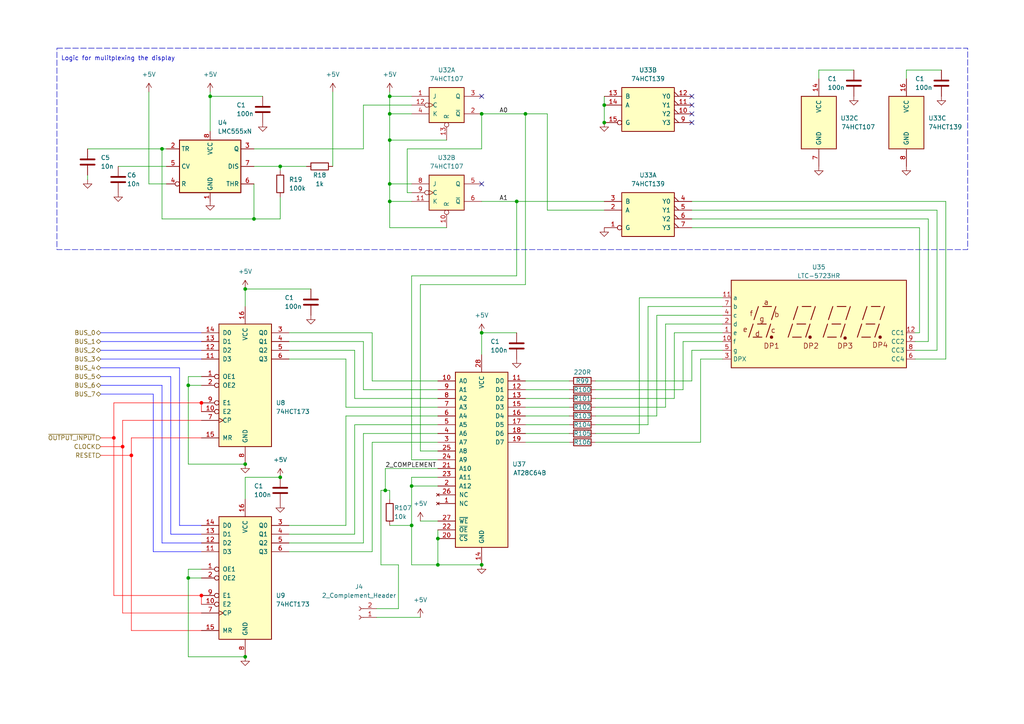
<source format=kicad_sch>
(kicad_sch (version 20230121) (generator eeschema)
  (paper "A4")
  (title_block (title "8-bit CPU") (date "2023-11-28") (rev "1.0") (company "TBR Designs"))
  (lib_symbols
    (symbol "01_my_library:28C64B" (pin_names (offset 1.016))
      (property "Reference" "U" (at 0 0 0))
      (symbol "28C64B_1_1"
        (rectangle (start -7.62 25.4) (end 7.62 -25.4) (stroke (width 0.254)) (fill (type background)))
        (pin no_connect line (at -12.7 -12.7 0) (length 5.08) (name "NC") (number "1"))
        (pin input line (at -12.7 22.86 0) (length 5.08) (name "A0") (number "10"))
        (pin tri_state line (at 12.7 22.86 180) (length 5.08) (name "D0") (number "11"))
        (pin tri_state line (at 12.7 20.32 180) (length 5.08) (name "D1") (number "12"))
        (pin tri_state line (at 12.7 17.78 180) (length 5.08) (name "D2") (number "13"))
        (pin power_in line (at 0 -30.48 90) (length 5.08) (name "GND") (number "14"))
        (pin tri_state line (at 12.7 15.24 180) (length 5.08) (name "D3") (number "15"))
        (pin tri_state line (at 12.7 12.7 180) (length 5.08) (name "D4") (number "16"))
        (pin tri_state line (at 12.7 10.16 180) (length 5.08) (name "D5") (number "17"))
        (pin tri_state line (at 12.7 7.62 180) (length 5.08) (name "D6") (number "18"))
        (pin tri_state line (at 12.7 5.08 180) (length 5.08) (name "D7") (number "19"))
        (pin input line (at -12.7 -7.62 0) (length 5.08) (name "A12") (number "2"))
        (pin input line (at -12.7 -22.86 0) (length 5.08) (name "~{CS}") (number "20"))
        (pin input line (at -12.7 -2.54 0) (length 5.08) (name "A10") (number "21"))
        (pin input line (at -12.7 -20.32 0) (length 5.08) (name "~{OE}") (number "22"))
        (pin input line (at -12.7 -5.08 0) (length 5.08) (name "A11") (number "23"))
        (pin input line (at -12.7 0 0) (length 5.08) (name "A9") (number "24"))
        (pin input line (at -12.7 2.54 0) (length 5.08) (name "A8") (number "25"))
        (pin no_connect line (at -12.7 -10.16 0) (length 5.08) (name "NC") (number "26"))
        (pin input line (at -12.7 -17.78 0) (length 5.08) (name "~{WE}") (number "27"))
        (pin power_in line (at 0 30.48 270) (length 5.08) (name "VCC") (number "28"))
        (pin input line (at -12.7 5.08 0) (length 5.08) (name "A7") (number "3"))
        (pin input line (at -12.7 7.62 0) (length 5.08) (name "A6") (number "4"))
        (pin input line (at -12.7 10.16 0) (length 5.08) (name "A5") (number "5"))
        (pin input line (at -12.7 12.7 0) (length 5.08) (name "A4") (number "6"))
        (pin input line (at -12.7 15.24 0) (length 5.08) (name "A3") (number "7"))
        (pin input line (at -12.7 17.78 0) (length 5.08) (name "A2") (number "8"))
        (pin input line (at -12.7 20.32 0) (length 5.08) (name "A1") (number "9"))
      )
    )
    (symbol "01_my_library:74HCT139" (pin_names (offset 1.016))
      (property "Reference" "U" (at -7.62 8.89 0))
      (property "Value" "74HCT139" (at -7.62 -8.89 0))
      (symbol "74HCT139_1_0"
        (pin input inverted (at -12.7 -5.08 0) (length 5.08) (name "G") (number "1"))
        (pin input line (at -12.7 0 0) (length 5.08) (name "A") (number "2"))
        (pin input line (at -12.7 2.54 0) (length 5.08) (name "B") (number "3"))
        (pin output output_low (at 12.7 2.54 180) (length 5.08) (name "Y0") (number "4"))
        (pin output output_low (at 12.7 0 180) (length 5.08) (name "Y1") (number "5"))
        (pin output output_low (at 12.7 -2.54 180) (length 5.08) (name "Y2") (number "6"))
        (pin output output_low (at 12.7 -5.08 180) (length 5.08) (name "Y3") (number "7"))
      )
      (symbol "74HCT139_1_1"
        (rectangle (start -7.62 5.08) (end 7.62 -7.62) (stroke (width 0.254)) (fill (type background)))
      )
      (symbol "74HCT139_2_0"
        (pin output output_low (at 12.7 -2.54 180) (length 5.08) (name "Y2") (number "10"))
        (pin output output_low (at 12.7 0 180) (length 5.08) (name "Y1") (number "11"))
        (pin output output_low (at 12.7 2.54 180) (length 5.08) (name "Y0") (number "12"))
        (pin input line (at -12.7 2.54 0) (length 5.08) (name "B") (number "13"))
        (pin input line (at -12.7 0 0) (length 5.08) (name "A") (number "14"))
        (pin input inverted (at -12.7 -5.08 0) (length 5.08) (name "G") (number "15"))
        (pin output output_low (at 12.7 -5.08 180) (length 5.08) (name "Y3") (number "9"))
      )
      (symbol "74HCT139_2_1"
        (rectangle (start -7.62 5.08) (end 7.62 -7.62) (stroke (width 0.254)) (fill (type background)))
      )
      (symbol "74HCT139_3_0"
        (pin power_in line (at 0 12.7 270) (length 5.08) (name "VCC") (number "16"))
        (pin power_in line (at 0 -12.7 90) (length 5.08) (name "GND") (number "8"))
      )
      (symbol "74HCT139_3_1"
        (rectangle (start -5.08 7.62) (end 5.08 -7.62) (stroke (width 0.254)) (fill (type background)))
      )
    )
    (symbol "74LS107_2" (pin_names (offset 1.016))
      (property "Reference" "U" (at -7.62 8.89 0))
      (property "Value" "74LS107" (at -7.62 -8.89 0))
      (symbol "74LS107_2_1_0"
        (pin input line (at -10.16 2.54 0) (length 5.08) (name "J") (number "1"))
        (pin input inverted_clock (at -10.16 0 0) (length 5.08) (name "C") (number "12"))
        (pin input inverted (at 0 -10.16 90) (length 5.08) (name "R") (number "13"))
        (pin output line (at 10.16 -2.54 180) (length 5.08) (name "~{Q}") (number "2"))
        (pin output line (at 10.16 2.54 180) (length 5.08) (name "Q") (number "3"))
        (pin input line (at -10.16 -2.54 0) (length 5.08) (name "K") (number "4"))
      )
      (symbol "74LS107_2_1_1"
        (rectangle (start -5.08 5.08) (end 5.08 -5.08) (stroke (width 0.254)) (fill (type background)))
      )
      (symbol "74LS107_2_2_0"
        (pin input inverted (at 0 -10.16 90) (length 5.08) (name "R") (number "10"))
        (pin input line (at -10.16 -2.54 0) (length 5.08) (name "K") (number "11"))
        (pin output line (at 10.16 2.54 180) (length 5.08) (name "Q") (number "5"))
        (pin output line (at 10.16 -2.54 180) (length 5.08) (name "~{Q}") (number "6"))
        (pin input line (at -10.16 2.54 0) (length 5.08) (name "J") (number "8"))
        (pin input inverted_clock (at -10.16 0 0) (length 5.08) (name "C") (number "9"))
      )
      (symbol "74LS107_2_2_1"
        (rectangle (start -5.08 5.08) (end 5.08 -5.08) (stroke (width 0.254)) (fill (type background)))
      )
      (symbol "74LS107_2_3_0"
        (pin power_in line (at 0 12.7 270) (length 5.08) (name "VCC") (number "14"))
        (pin power_in line (at 0 -12.7 90) (length 5.08) (name "GND") (number "7"))
      )
      (symbol "74LS107_2_3_1"
        (rectangle (start -5.08 7.62) (end 5.08 -7.62) (stroke (width 0.254)) (fill (type background)))
      )
    )
    (symbol "74xx:74LS107" (pin_names (offset 1.016))
      (property "Reference" "U" (at -7.62 8.89 0))
      (property "Value" "74LS107" (at -7.62 -8.89 0))
      (symbol "74LS107_1_0"
        (pin input line (at -10.16 2.54 0) (length 5.08) (name "J") (number "1"))
        (pin input inverted_clock (at -10.16 0 0) (length 5.08) (name "C") (number "12"))
        (pin input inverted (at 0 -10.16 90) (length 5.08) (name "R") (number "13"))
        (pin output line (at 10.16 -2.54 180) (length 5.08) (name "~{Q}") (number "2"))
        (pin output line (at 10.16 2.54 180) (length 5.08) (name "Q") (number "3"))
        (pin input line (at -10.16 -2.54 0) (length 5.08) (name "K") (number "4"))
      )
      (symbol "74LS107_1_1"
        (rectangle (start -5.08 5.08) (end 5.08 -5.08) (stroke (width 0.254)) (fill (type background)))
      )
      (symbol "74LS107_2_0"
        (pin input inverted (at 0 -10.16 90) (length 5.08) (name "R") (number "10"))
        (pin input line (at -10.16 -2.54 0) (length 5.08) (name "K") (number "11"))
        (pin output line (at 10.16 2.54 180) (length 5.08) (name "Q") (number "5"))
        (pin output line (at 10.16 -2.54 180) (length 5.08) (name "~{Q}") (number "6"))
        (pin input line (at -10.16 2.54 0) (length 5.08) (name "J") (number "8"))
        (pin input inverted_clock (at -10.16 0 0) (length 5.08) (name "C") (number "9"))
      )
      (symbol "74LS107_2_1"
        (rectangle (start -5.08 5.08) (end 5.08 -5.08) (stroke (width 0.254)) (fill (type background)))
      )
      (symbol "74LS107_3_0"
        (pin power_in line (at 0 12.7 270) (length 5.08) (name "VCC") (number "14"))
        (pin power_in line (at 0 -12.7 90) (length 5.08) (name "GND") (number "7"))
      )
      (symbol "74LS107_3_1"
        (rectangle (start -5.08 7.62) (end 5.08 -7.62) (stroke (width 0.254)) (fill (type background)))
      )
    )
    (symbol "74xx:74LS173" (pin_names (offset 1.016))
      (property "Reference" "U" (at -7.62 19.05 0))
      (property "Value" "74LS173" (at -7.62 -19.05 0))
      (symbol "74LS173_1_0"
        (pin input inverted (at -12.7 2.54 0) (length 5.08) (name "OE1") (number "1"))
        (pin input inverted (at -12.7 -7.62 0) (length 5.08) (name "E2") (number "10"))
        (pin input line (at -12.7 7.62 0) (length 5.08) (name "D3") (number "11"))
        (pin input line (at -12.7 10.16 0) (length 5.08) (name "D2") (number "12"))
        (pin input line (at -12.7 12.7 0) (length 5.08) (name "D1") (number "13"))
        (pin input line (at -12.7 15.24 0) (length 5.08) (name "D0") (number "14"))
        (pin input line (at -12.7 -15.24 0) (length 5.08) (name "MR") (number "15"))
        (pin power_in line (at 0 22.86 270) (length 5.08) (name "VCC") (number "16"))
        (pin input inverted (at -12.7 0 0) (length 5.08) (name "OE2") (number "2"))
        (pin tri_state line (at 12.7 15.24 180) (length 5.08) (name "Q0") (number "3"))
        (pin tri_state line (at 12.7 12.7 180) (length 5.08) (name "Q1") (number "4"))
        (pin tri_state line (at 12.7 10.16 180) (length 5.08) (name "Q2") (number "5"))
        (pin tri_state line (at 12.7 7.62 180) (length 5.08) (name "Q3") (number "6"))
        (pin input clock (at -12.7 -10.16 0) (length 5.08) (name "CP") (number "7"))
        (pin power_in line (at 0 -22.86 90) (length 5.08) (name "GND") (number "8"))
        (pin input inverted (at -12.7 -5.08 0) (length 5.08) (name "E1") (number "9"))
      )
      (symbol "74LS173_1_1"
        (rectangle (start -7.62 17.78) (end 7.62 -17.78) (stroke (width 0.254)) (fill (type background)))
      )
    )
    (symbol "Connector:Conn_01x02_Socket" (pin_names (offset 1.016) hide)
      (property "Reference" "J" (at 0 2.54 0))
      (property "Value" "Conn_01x02_Socket" (at 0 -5.08 0))
      (symbol "Conn_01x02_Socket_1_1"
        (arc (start 0 -2.032) (mid -0.5058 -2.54) (end 0 -3.048) (stroke (width 0.1524)))
        (polyline (pts (xy -1.27 -2.54) (xy -0.508 -2.54)) (stroke (width 0.1524)))
        (polyline (pts (xy -1.27 0) (xy -0.508 0)) (stroke (width 0.1524)))
        (arc (start 0 0.508) (mid -0.5058 0) (end 0 -0.508) (stroke (width 0.1524)))
        (pin passive line (at -5.08 0 0) (length 3.81) (name "Pin_1") (number "1"))
        (pin passive line (at -5.08 -2.54 0) (length 3.81) (name "Pin_2") (number "2"))
      )
    )
    (symbol "Device:C" (pin_numbers hide) (pin_names (offset 0.254))
      (property "Reference" "C" (at 0.635 2.54 0))
      (property "Value" "C" (at 0.635 -2.54 0))
      (symbol "C_0_1"
        (polyline (pts (xy -2.032 -0.762) (xy 2.032 -0.762)) (stroke (width 0.508)))
        (polyline (pts (xy -2.032 0.762) (xy 2.032 0.762)) (stroke (width 0.508)))
      )
      (symbol "C_1_1"
        (pin passive line (at 0 3.81 270) (length 2.794) (name "~") (number "1"))
        (pin passive line (at 0 -3.81 90) (length 2.794) (name "~") (number "2"))
      )
    )
    (symbol "Device:R" (pin_numbers hide) (pin_names (offset 0))
      (property "Reference" "R" (at 2.032 0 90))
      (property "Value" "R" (at 0 0 90))
      (symbol "R_0_1"
        (rectangle (start -1.016 -2.54) (end 1.016 2.54) (stroke (width 0.254)))
      )
      (symbol "R_1_1"
        (pin passive line (at 0 3.81 270) (length 1.27) (name "~") (number "1"))
        (pin passive line (at 0 -3.81 90) (length 1.27) (name "~") (number "2"))
      )
    )
    (symbol "Display_Character:CC56-12SURKWA"
      (property "Reference" "U" (at -24.13 13.97 0))
      (property "Value" "CC56-12SURKWA" (at 16.51 13.97 0))
      (symbol "CC56-12SURKWA_0_0"
        (rectangle (start -25.4 12.7) (end 25.4 -12.7) (stroke (width 0.254)) (fill (type background)))
        (polyline (pts (xy -20.32 -3.81) (xy -19.05 0)) (stroke (width 0.254)))
        (polyline (pts (xy -19.05 -3.81) (xy -16.51 -3.81)) (stroke (width 0.254)))
        (polyline (pts (xy -18.796 1.27) (xy -17.526 5.08)) (stroke (width 0.254)))
        (polyline (pts (xy -17.78 0) (xy -15.24 0)) (stroke (width 0.254)))
        (polyline (pts (xy -16.256 5.08) (xy -13.716 5.08)) (stroke (width 0.254)))
        (polyline (pts (xy -15.24 -3.81) (xy -13.97 0)) (stroke (width 0.254)))
        (polyline (pts (xy -13.716 1.27) (xy -12.446 5.08)) (stroke (width 0.254)))
        (polyline (pts (xy -8.89 -3.81) (xy -7.62 0)) (stroke (width 0.254)))
        (polyline (pts (xy -7.62 -3.81) (xy -5.08 -3.81)) (stroke (width 0.254)))
        (polyline (pts (xy -7.366 1.27) (xy -6.096 5.08)) (stroke (width 0.254)))
        (polyline (pts (xy -6.35 0) (xy -3.81 0)) (stroke (width 0.254)))
        (polyline (pts (xy -4.826 5.08) (xy -2.286 5.08)) (stroke (width 0.254)))
        (polyline (pts (xy -3.81 -3.81) (xy -2.54 0)) (stroke (width 0.254)))
        (polyline (pts (xy -2.286 1.27) (xy -1.016 5.08)) (stroke (width 0.254)))
        (polyline (pts (xy 1.27 -3.81) (xy 2.54 0)) (stroke (width 0.254)))
        (polyline (pts (xy 2.54 -3.81) (xy 5.08 -3.81)) (stroke (width 0.254)))
        (polyline (pts (xy 2.794 1.27) (xy 4.064 5.08)) (stroke (width 0.254)))
        (polyline (pts (xy 3.81 0) (xy 6.35 0)) (stroke (width 0.254)))
        (polyline (pts (xy 5.334 5.08) (xy 7.874 5.08)) (stroke (width 0.254)))
        (polyline (pts (xy 6.35 -3.81) (xy 7.62 0)) (stroke (width 0.254)))
        (polyline (pts (xy 7.874 1.27) (xy 9.144 5.08)) (stroke (width 0.254)))
        (polyline (pts (xy 11.176 -3.81) (xy 12.446 0)) (stroke (width 0.254)))
        (polyline (pts (xy 12.446 -3.81) (xy 14.986 -3.81)) (stroke (width 0.254)))
        (polyline (pts (xy 12.7 1.27) (xy 13.97 5.08)) (stroke (width 0.254)))
        (polyline (pts (xy 13.716 0) (xy 16.256 0)) (stroke (width 0.254)))
        (polyline (pts (xy 15.24 5.08) (xy 17.78 5.08)) (stroke (width 0.254)))
        (polyline (pts (xy 16.256 -3.81) (xy 17.526 0)) (stroke (width 0.254)))
        (polyline (pts (xy 17.78 1.27) (xy 19.05 5.08)) (stroke (width 0.254)))
        (text "a" (at -15.24 6.35 0) (effects (font (size 1.524 1.524))))
        (text "b" (at -12.192 2.794 0) (effects (font (size 1.524 1.524))))
        (text "c" (at -13.208 -1.778 0) (effects (font (size 1.524 1.524))))
        (text "d" (at -17.78 -2.794 0) (effects (font (size 1.524 1.524))))
        (text "DP1" (at -13.716 -6.35 0) (effects (font (size 1.524 1.524))))
        (text "DP2" (at -2.286 -6.35 0) (effects (font (size 1.524 1.524))))
        (text "DP3" (at 7.62 -6.35 0) (effects (font (size 1.524 1.524))))
        (text "DP4" (at 17.78 -6.096 0) (effects (font (size 1.524 1.524))))
        (text "e" (at -21.336 -1.524 0) (effects (font (size 1.524 1.524))))
        (text "f" (at -19.558 3.048 0) (effects (font (size 1.524 1.524))))
        (text "g" (at -16.51 1.524 0) (effects (font (size 1.524 1.524))))
      )
      (symbol "CC56-12SURKWA_0_1"
        (circle (center -13.716 -3.81) (radius 0.3556) (stroke (width 0.254)) (fill (type outline)))
        (circle (center -2.54 -3.81) (radius 0.3556) (stroke (width 0.254)) (fill (type outline)))
      )
      (symbol "CC56-12SURKWA_1_0"
        (circle (center 7.62 -4.064) (radius 0.3556) (stroke (width 0.254)) (fill (type outline)))
        (circle (center 17.78 -3.81) (radius 0.3556) (stroke (width 0.254)) (fill (type outline)))
      )
      (symbol "CC56-12SURKWA_1_1"
        (pin input line (at -27.94 -2.54 0) (length 2.54) (name "e") (number "1"))
        (pin input line (at -27.94 -5.08 0) (length 2.54) (name "f") (number "10"))
        (pin input line (at -27.94 7.62 0) (length 2.54) (name "a") (number "11"))
        (pin input line (at 27.94 -2.54 180) (length 2.54) (name "CC1") (number "12"))
        (pin input line (at -27.94 0 0) (length 2.54) (name "d") (number "2"))
        (pin input line (at -27.94 -10.16 0) (length 2.54) (name "DPX") (number "3"))
        (pin input line (at -27.94 2.54 0) (length 2.54) (name "c") (number "4"))
        (pin input line (at -27.94 -7.62 0) (length 2.54) (name "g") (number "5"))
        (pin input line (at 27.94 -10.16 180) (length 2.54) (name "CC4") (number "6"))
        (pin input line (at -27.94 5.08 0) (length 2.54) (name "b") (number "7"))
        (pin input line (at 27.94 -7.62 180) (length 2.54) (name "CC3") (number "8"))
        (pin input line (at 27.94 -5.08 180) (length 2.54) (name "CC2") (number "9"))
      )
    )
    (symbol "Timer:LMC555xN"
      (property "Reference" "U" (at -10.16 8.89 0))
      (property "Value" "LMC555xN" (at 2.54 8.89 0))
      (symbol "LMC555xN_0_0"
        (pin power_in line (at 0 -10.16 90) (length 2.54) (name "GND") (number "1"))
        (pin power_in line (at 0 10.16 270) (length 2.54) (name "VCC") (number "8"))
      )
      (symbol "LMC555xN_0_1"
        (rectangle (start -8.89 -7.62) (end 8.89 7.62) (stroke (width 0.254)) (fill (type background)))
        (rectangle (start -8.89 -7.62) (end 8.89 7.62) (stroke (width 0.254)) (fill (type background)))
      )
      (symbol "LMC555xN_1_1"
        (pin input line (at -12.7 5.08 0) (length 3.81) (name "TR") (number "2"))
        (pin output line (at 12.7 5.08 180) (length 3.81) (name "Q") (number "3"))
        (pin input inverted (at -12.7 -5.08 0) (length 3.81) (name "R") (number "4"))
        (pin input line (at -12.7 0 0) (length 3.81) (name "CV") (number "5"))
        (pin input line (at 12.7 -5.08 180) (length 3.81) (name "THR") (number "6"))
        (pin input line (at 12.7 0 180) (length 3.81) (name "DIS") (number "7"))
      )
    )
    (symbol "power:+5V" (power) (pin_names (offset 0))
      (property "Value" "+5V" (at 0 3.556 0))
      (symbol "+5V_0_1"
        (polyline (pts (xy -0.762 1.27) (xy 0 2.54)))
        (polyline (pts (xy 0 0) (xy 0 2.54)))
        (polyline (pts (xy 0 2.54) (xy 0.762 1.27)))
      )
      (symbol "+5V_1_1"
        (pin power_in line (at 0 0 90) (length 0) hide (name "+5V") (number "1"))
      )
    )
    (symbol "power:GND" (power) (pin_names (offset 0))
      (property "Value" "GND" (at 0 -3.81 0))
      (symbol "GND_0_1"
        (polyline (pts (xy 0 0) (xy 0 -1.27) (xy 1.27 -1.27) (xy 0 -2.54) (xy -1.27 -1.27) (xy 0 -1.27)))
      )
      (symbol "GND_1_1"
        (pin power_in line (at 0 0 270) (length 0) hide (name "GND") (number "1"))
      )
    )
  )
  (junction (at 119.38 152.4))
  (junction (at 113.03 58.42))
  (junction (at 113.03 27.94))
  (junction (at 81.28 138.43))
  (junction (at 152.4 33.02))
  (junction (at 119.38 140.97))
  (junction (at 127 163.83))
  (junction (at 139.7 163.83))
  (junction (at 113.03 40.64))
  (junction (at 54.61 167.64))
  (junction (at 71.12 134.62))
  (junction (at 127 156.21))
  (junction (at 35.56 129.54) (color 255 0 0 1))
  (junction (at 54.61 111.76))
  (junction (at 139.7 96.52))
  (junction (at 33.02 127) (color 255 0 0 1))
  (junction (at 111.76 142.24))
  (junction (at 149.86 58.42))
  (junction (at 73.66 63.5))
  (junction (at 175.26 30.48))
  (junction (at 60.96 27.94))
  (junction (at 71.12 83.82))
  (junction (at 38.1 132.08) (color 255 0 0 1))
  (junction (at 113.03 53.34))
  (junction (at 81.28 48.26))
  (junction (at 113.03 33.02))
  (junction (at 58.42 172.72) (color 255 0 0 1))
  (junction (at 71.12 190.5))
  (junction (at 175.26 35.56))
  (junction (at 139.7 33.02))
  (junction (at 58.42 116.84) (color 255 0 0 1))
  (junction (at 46.99 43.18))
  (no_connect (at 139.7 53.34))
  (no_connect (at 200.66 35.56))
  (no_connect (at 200.66 33.02))
  (no_connect (at 200.66 30.48))
  (no_connect (at 200.66 27.94))
  (no_connect (at 139.7 27.94))
  (wire (pts (xy 52.07 152.4) (xy 58.42 152.4)) (stroke (width 0) (color 0 0 255 1)))
  (wire (pts (xy 29.21 99.06) (xy 58.42 99.06)) (stroke (width 0) (color 0 0 255 1)))
  (wire (pts (xy 190.5 91.44) (xy 209.55 91.44)))
  (wire (pts (xy 115.57 163.83) (xy 110.49 163.83)))
  (wire (pts (xy 54.61 111.76) (xy 58.42 111.76)))
  (wire (pts (xy 139.7 33.02) (xy 139.7 43.18)))
  (wire (pts (xy 121.92 130.81) (xy 121.92 82.55)))
  (wire (pts (xy 237.49 20.32) (xy 237.49 22.86)))
  (wire (pts (xy 127 163.83) (xy 139.7 163.83)))
  (wire (pts (xy 100.33 120.65) (xy 127 120.65)))
  (wire (pts (xy 54.61 167.64) (xy 58.42 167.64)))
  (wire (pts (xy 113.03 152.4) (xy 119.38 152.4)))
  (wire (pts (xy 274.32 58.42) (xy 274.32 104.14)))
  (wire (pts (xy 83.82 101.6) (xy 102.87 101.6)))
  (wire (pts (xy 54.61 190.5) (xy 71.12 190.5)))
  (wire (pts (xy 200.66 66.04) (xy 266.7 66.04)))
  (wire (pts (xy 102.87 123.19) (xy 127 123.19)))
  (wire (pts (xy 113.03 27.94) (xy 113.03 33.02)))
  (wire (pts (xy 105.41 113.03) (xy 127 113.03)))
  (wire (pts (xy 43.18 53.34) (xy 48.26 53.34)))
  (wire (pts (xy 71.12 144.78) (xy 71.12 138.43)))
  (wire (pts (xy 29.21 132.08) (xy 38.1 132.08)) (stroke (width 0) (color 255 0 0 1)))
  (wire (pts (xy 107.95 96.52) (xy 107.95 110.49)))
  (wire (pts (xy 113.03 58.42) (xy 113.03 66.04)))
  (wire (pts (xy 127 135.89) (xy 111.76 135.89)))
  (wire (pts (xy 109.22 176.53) (xy 115.57 176.53)))
  (wire (pts (xy 152.4 120.65) (xy 165.1 120.65)))
  (wire (pts (xy 113.03 142.24) (xy 111.76 142.24)))
  (wire (pts (xy 119.38 133.35) (xy 119.38 80.01)))
  (wire (pts (xy 152.4 113.03) (xy 165.1 113.03)))
  (wire (pts (xy 25.4 52.07) (xy 25.4 50.8)))
  (wire (pts (xy 35.56 121.92) (xy 58.42 121.92)) (stroke (width 0) (color 255 0 0 1)))
  (wire (pts (xy 76.2 27.94) (xy 60.96 27.94)))
  (wire (pts (xy 200.66 60.96) (xy 271.78 60.96)))
  (wire (pts (xy 113.03 33.02) (xy 113.03 40.64)))
  (wire (pts (xy 102.87 115.57) (xy 127 115.57)))
  (wire (pts (xy 105.41 43.18) (xy 105.41 30.48)))
  (wire (pts (xy 119.38 140.97) (xy 119.38 152.4)))
  (wire (pts (xy 52.07 106.68) (xy 52.07 152.4)) (stroke (width 0) (color 0 0 255 1)))
  (wire (pts (xy 121.92 82.55) (xy 152.4 82.55)))
  (wire (pts (xy 46.99 63.5) (xy 46.99 43.18)))
  (wire (pts (xy 118.11 43.18) (xy 118.11 55.88)))
  (wire (pts (xy 127 133.35) (xy 119.38 133.35)))
  (wire (pts (xy 237.49 20.32) (xy 247.65 20.32)))
  (wire (pts (xy 110.49 142.24) (xy 111.76 142.24)))
  (wire (pts (xy 54.61 165.1) (xy 58.42 165.1)))
  (wire (pts (xy 119.38 138.43) (xy 119.38 140.97)))
  (wire (pts (xy 105.41 125.73) (xy 127 125.73)))
  (wire (pts (xy 83.82 96.52) (xy 107.95 96.52)))
  (wire (pts (xy 60.96 26.67) (xy 60.96 27.94)))
  (wire (pts (xy 71.12 83.82) (xy 90.17 83.82)))
  (wire (pts (xy 71.12 138.43) (xy 81.28 138.43)))
  (wire (pts (xy 172.72 118.11) (xy 193.04 118.11)))
  (wire (pts (xy 139.7 33.02) (xy 152.4 33.02)))
  (wire (pts (xy 152.4 123.19) (xy 165.1 123.19)))
  (wire (pts (xy 58.42 177.8) (xy 35.56 177.8)) (stroke (width 0) (color 255 0 0 1)))
  (wire (pts (xy 139.7 96.52) (xy 149.86 96.52)))
  (wire (pts (xy 25.4 43.18) (xy 46.99 43.18)))
  (wire (pts (xy 198.12 99.06) (xy 209.55 99.06)))
  (wire (pts (xy 83.82 160.02) (xy 107.95 160.02)))
  (wire (pts (xy 158.75 60.96) (xy 175.26 60.96)))
  (wire (pts (xy 29.21 127) (xy 33.02 127)) (stroke (width 0) (color 255 0 0 1)))
  (wire (pts (xy 152.4 128.27) (xy 165.1 128.27)))
  (wire (pts (xy 119.38 163.83) (xy 127 163.83)))
  (wire (pts (xy 46.99 43.18) (xy 48.26 43.18)))
  (wire (pts (xy 172.72 113.03) (xy 198.12 113.03)))
  (wire (pts (xy 185.42 125.73) (xy 185.42 86.36)))
  (wire (pts (xy 83.82 157.48) (xy 105.41 157.48)))
  (wire (pts (xy 29.21 101.6) (xy 58.42 101.6)) (stroke (width 0) (color 0 0 255 1)))
  (wire (pts (xy 139.7 58.42) (xy 149.86 58.42)))
  (wire (pts (xy 35.56 129.54) (xy 35.56 177.8)) (stroke (width 0) (color 255 0 0 1)))
  (wire (pts (xy 195.58 115.57) (xy 195.58 96.52)))
  (wire (pts (xy 111.76 135.89) (xy 111.76 142.24)))
  (wire (pts (xy 265.43 104.14) (xy 274.32 104.14)))
  (wire (pts (xy 127 140.97) (xy 119.38 140.97)))
  (wire (pts (xy 46.99 157.48) (xy 58.42 157.48)) (stroke (width 0) (color 0 0 255 1)))
  (wire (pts (xy 127 153.67) (xy 127 156.21)))
  (wire (pts (xy 118.11 55.88) (xy 119.38 55.88)))
  (wire (pts (xy 54.61 109.22) (xy 54.61 111.76)))
  (wire (pts (xy 81.28 48.26) (xy 81.28 49.53)))
  (wire (pts (xy 190.5 120.65) (xy 190.5 91.44)))
  (wire (pts (xy 43.18 26.67) (xy 43.18 53.34)))
  (wire (pts (xy 119.38 80.01) (xy 149.86 80.01)))
  (wire (pts (xy 271.78 60.96) (xy 271.78 101.6)))
  (wire (pts (xy 152.4 33.02) (xy 158.75 33.02)))
  (wire (pts (xy 152.4 115.57) (xy 165.1 115.57)))
  (wire (pts (xy 129.54 40.64) (xy 113.03 40.64)))
  (wire (pts (xy 265.43 96.52) (xy 266.7 96.52)))
  (wire (pts (xy 73.66 43.18) (xy 105.41 43.18)))
  (wire (pts (xy 33.02 127) (xy 33.02 116.84)) (stroke (width 0) (color 255 0 0 1)))
  (wire (pts (xy 54.61 165.1) (xy 54.61 167.64)))
  (wire (pts (xy 203.2 104.14) (xy 209.55 104.14)))
  (wire (pts (xy 100.33 152.4) (xy 100.33 120.65)))
  (wire (pts (xy 113.03 26.67) (xy 113.03 27.94)))
  (wire (pts (xy 29.21 104.14) (xy 58.42 104.14)) (stroke (width 0) (color 0 0 255 1)))
  (wire (pts (xy 58.42 172.72) (xy 58.42 175.26)) (stroke (width 0) (color 255 0 0 1)))
  (wire (pts (xy 265.43 101.6) (xy 271.78 101.6)))
  (wire (pts (xy 29.21 109.22) (xy 49.53 109.22)) (stroke (width 0) (color 0 0 255 1)))
  (wire (pts (xy 175.26 30.48) (xy 175.26 35.56)))
  (wire (pts (xy 58.42 116.84) (xy 58.42 119.38)) (stroke (width 0) (color 255 0 0 1)))
  (wire (pts (xy 113.03 40.64) (xy 113.03 53.34)))
  (wire (pts (xy 172.72 123.19) (xy 187.96 123.19)))
  (wire (pts (xy 149.86 58.42) (xy 149.86 80.01)))
  (wire (pts (xy 58.42 154.94) (xy 49.53 154.94)) (stroke (width 0) (color 0 0 255 1)))
  (wire (pts (xy 100.33 104.14) (xy 100.33 118.11)))
  (wire (pts (xy 105.41 157.48) (xy 105.41 125.73)))
  (wire (pts (xy 96.52 26.67) (xy 96.52 48.26)))
  (wire (pts (xy 200.66 110.49) (xy 200.66 101.6)))
  (wire (pts (xy 100.33 118.11) (xy 127 118.11)))
  (wire (pts (xy 29.21 129.54) (xy 35.56 129.54)) (stroke (width 0) (color 255 0 0 1)))
  (wire (pts (xy 46.99 111.76) (xy 46.99 157.48)) (stroke (width 0) (color 0 0 255 1)))
  (wire (pts (xy 35.56 129.54) (xy 35.56 121.92)) (stroke (width 0) (color 255 0 0 1)))
  (wire (pts (xy 172.72 120.65) (xy 190.5 120.65)))
  (wire (pts (xy 81.28 48.26) (xy 88.9 48.26)))
  (wire (pts (xy 113.03 53.34) (xy 119.38 53.34)))
  (wire (pts (xy 187.96 88.9) (xy 209.55 88.9)))
  (wire (pts (xy 81.28 57.15) (xy 81.28 63.5)))
  (wire (pts (xy 200.66 101.6) (xy 209.55 101.6)))
  (wire (pts (xy 102.87 101.6) (xy 102.87 115.57)))
  (wire (pts (xy 58.42 160.02) (xy 44.45 160.02)) (stroke (width 0) (color 0 0 255 1)))
  (wire (pts (xy 105.41 99.06) (xy 105.41 113.03)))
  (wire (pts (xy 262.89 22.86) (xy 262.89 20.32)))
  (wire (pts (xy 58.42 182.88) (xy 38.1 182.88)) (stroke (width 0) (color 255 0 0 1)))
  (wire (pts (xy 107.95 110.49) (xy 127 110.49)))
  (wire (pts (xy 113.03 53.34) (xy 113.03 58.42)))
  (wire (pts (xy 83.82 152.4) (xy 100.33 152.4)))
  (wire (pts (xy 127 156.21) (xy 127 163.83)))
  (wire (pts (xy 185.42 86.36) (xy 209.55 86.36)))
  (wire (pts (xy 262.89 20.32) (xy 273.05 20.32)))
  (wire (pts (xy 200.66 63.5) (xy 269.24 63.5)))
  (wire (pts (xy 107.95 128.27) (xy 127 128.27)))
  (wire (pts (xy 73.66 63.5) (xy 81.28 63.5)))
  (wire (pts (xy 193.04 93.98) (xy 209.55 93.98)))
  (wire (pts (xy 102.87 154.94) (xy 102.87 123.19)))
  (wire (pts (xy 54.61 167.64) (xy 54.61 190.5)))
  (wire (pts (xy 266.7 66.04) (xy 266.7 96.52)))
  (wire (pts (xy 198.12 113.03) (xy 198.12 99.06)))
  (wire (pts (xy 172.72 125.73) (xy 185.42 125.73)))
  (wire (pts (xy 113.03 27.94) (xy 119.38 27.94)))
  (wire (pts (xy 113.03 142.24) (xy 113.03 144.78)))
  (wire (pts (xy 175.26 27.94) (xy 175.26 30.48)))
  (wire (pts (xy 73.66 53.34) (xy 73.66 63.5)))
  (wire (pts (xy 29.21 96.52) (xy 58.42 96.52)) (stroke (width 0) (color 0 0 255 1)))
  (wire (pts (xy 172.72 110.49) (xy 200.66 110.49)))
  (wire (pts (xy 203.2 128.27) (xy 203.2 104.14)))
  (wire (pts (xy 110.49 163.83) (xy 110.49 142.24)))
  (wire (pts (xy 269.24 63.5) (xy 269.24 99.06)))
  (wire (pts (xy 73.66 48.26) (xy 81.28 48.26)))
  (wire (pts (xy 121.92 151.13) (xy 127 151.13)))
  (wire (pts (xy 58.42 172.72) (xy 33.02 172.72)) (stroke (width 0) (color 255 0 0 1)))
  (wire (pts (xy 129.54 66.04) (xy 113.03 66.04)))
  (wire (pts (xy 54.61 134.62) (xy 71.12 134.62)))
  (wire (pts (xy 127 130.81) (xy 121.92 130.81)))
  (wire (pts (xy 83.82 99.06) (xy 105.41 99.06)))
  (wire (pts (xy 265.43 99.06) (xy 269.24 99.06)))
  (wire (pts (xy 49.53 154.94) (xy 49.53 109.22)) (stroke (width 0) (color 0 0 255 1)))
  (wire (pts (xy 172.72 115.57) (xy 195.58 115.57)))
  (wire (pts (xy 107.95 160.02) (xy 107.95 128.27)))
  (wire (pts (xy 109.22 179.07) (xy 121.92 179.07)))
  (wire (pts (xy 172.72 128.27) (xy 203.2 128.27)))
  (wire (pts (xy 83.82 154.94) (xy 102.87 154.94)))
  (wire (pts (xy 158.75 33.02) (xy 158.75 60.96)))
  (wire (pts (xy 60.96 27.94) (xy 60.96 38.1)))
  (wire (pts (xy 105.41 30.48) (xy 119.38 30.48)))
  (wire (pts (xy 29.21 114.3) (xy 44.45 114.3)) (stroke (width 0) (color 0 0 255 1)))
  (wire (pts (xy 44.45 160.02) (xy 44.45 114.3)) (stroke (width 0) (color 0 0 255 1)))
  (wire (pts (xy 149.86 58.42) (xy 175.26 58.42)))
  (wire (pts (xy 38.1 182.88) (xy 38.1 132.08)) (stroke (width 0) (color 255 0 0 1)))
  (wire (pts (xy 33.02 127) (xy 33.02 172.72)) (stroke (width 0) (color 255 0 0 1)))
  (wire (pts (xy 139.7 43.18) (xy 118.11 43.18)))
  (wire (pts (xy 83.82 104.14) (xy 100.33 104.14)))
  (wire (pts (xy 29.21 106.68) (xy 52.07 106.68)) (stroke (width 0) (color 0 0 255 1)))
  (wire (pts (xy 54.61 109.22) (xy 58.42 109.22)))
  (wire (pts (xy 195.58 96.52) (xy 209.55 96.52)))
  (wire (pts (xy 71.12 83.82) (xy 71.12 88.9)))
  (wire (pts (xy 33.02 116.84) (xy 58.42 116.84)) (stroke (width 0) (color 255 0 0 1)))
  (wire (pts (xy 38.1 127) (xy 38.1 132.08)) (stroke (width 0) (color 255 0 0 1)))
  (wire (pts (xy 187.96 123.19) (xy 187.96 88.9)))
  (wire (pts (xy 29.21 111.76) (xy 46.99 111.76)) (stroke (width 0) (color 0 0 255 1)))
  (wire (pts (xy 127 138.43) (xy 119.38 138.43)))
  (wire (pts (xy 113.03 33.02) (xy 119.38 33.02)))
  (wire (pts (xy 139.7 102.87) (xy 139.7 96.52)))
  (wire (pts (xy 54.61 111.76) (xy 54.61 134.62)))
  (wire (pts (xy 34.29 48.26) (xy 48.26 48.26)))
  (wire (pts (xy 119.38 152.4) (xy 119.38 163.83)))
  (wire (pts (xy 152.4 118.11) (xy 165.1 118.11)))
  (wire (pts (xy 115.57 176.53) (xy 115.57 163.83)))
  (wire (pts (xy 200.66 58.42) (xy 274.32 58.42)))
  (wire (pts (xy 58.42 127) (xy 38.1 127)) (stroke (width 0) (color 255 0 0 1)))
  (wire (pts (xy 46.99 63.5) (xy 73.66 63.5)))
  (wire (pts (xy 113.03 58.42) (xy 119.38 58.42)))
  (wire (pts (xy 152.4 110.49) (xy 165.1 110.49)))
  (wire (pts (xy 152.4 125.73) (xy 165.1 125.73)))
  (wire (pts (xy 152.4 82.55) (xy 152.4 33.02)))
  (wire (pts (xy 193.04 118.11) (xy 193.04 93.98)))
  (rectangle (start 16.51 13.97) (end 280.67 72.39) (stroke (width 0) (type dash)))
  (text "Logic for mulitplexing the display" (at 50.8 17.78 0) (effects (font (size 1.27 1.27)) (justify right bottom)))
  (label "2_COMPLEMENT" (at 111.76 135.89 0))
  (label "A0" (at 147.32 33.02 180))
  (label "A1" (at 147.32 58.42 180))
  (hierarchical_label "RESET" (shape input) (at 29.21 132.08 180))
  (hierarchical_label "BUS_6" (shape bidirectional) (at 29.21 111.76 180))
  (hierarchical_label "BUS_2" (shape bidirectional) (at 29.21 101.6 180))
  (hierarchical_label "BUS_1" (shape bidirectional) (at 29.21 99.06 180))
  (hierarchical_label "~{OUTPUT_INPUT}" (shape input) (at 29.21 127 180))
  (hierarchical_label "BUS_3" (shape bidirectional) (at 29.21 104.14 180))
  (hierarchical_label "BUS_0" (shape bidirectional) (at 29.21 96.52 180))
  (hierarchical_label "CLOCK" (shape input) (at 29.21 129.54 180))
  (hierarchical_label "BUS_4" (shape bidirectional) (at 29.21 106.68 180))
  (hierarchical_label "BUS_7" (shape bidirectional) (at 29.21 114.3 180))
  (hierarchical_label "BUS_5" (shape bidirectional) (at 29.21 109.22 180))
  (symbol (lib_id "74xx:74LS173") (at 71.12 111.76 0) (unit 1)
    (property "Reference" "U8" (at 80.01 116.84 0) (effects (justify left)))
    (property "Value" "74HCT173" (at 80.01 119.38 0) (effects (justify left)))
    (property "Footprint" "Package_DIP:DIP-16_W7.62mm" (effects hide))
    (property "Datasheet" "http://www.ti.com/lit/gpn/sn74LS173" (effects hide))
    (instances (project "8-bit-cpu" (path "" (reference "U8") (unit 1)) (path "" (reference "U11") (unit 1)) (path "" (reference "U36") (unit 1))))
  )
  (symbol (lib_id "Device:R") (at 168.91 123.19 270) (unit 1)
    (property "Reference" "R104" (at 168.91 123.19 90))
    (property "Value" "220R" (effects hide))
    (property "Footprint" "Resistor_THT:R_Axial_DIN0204_L3.6mm_D1.6mm_P7.62mm_Horizontal" (effects hide))
  )
  (symbol (lib_id "Device:R") (at 168.91 115.57 270) (unit 1)
    (property "Reference" "R101" (at 168.91 115.57 90))
    (property "Value" "220R" (effects hide))
    (property "Footprint" "Resistor_THT:R_Axial_DIN0204_L3.6mm_D1.6mm_P7.62mm_Horizontal" (effects hide))
  )
  (symbol (lib_id "power:GND") (at 76.2 35.56 0) (unit 1)
    (property "Reference" "#PWR012" (effects hide))
    (property "Value" "GND" (effects hide))
    (instances (project "8-bit-cpu" (path "" (reference "#PWR012") (unit 1)) (path "" (reference "#PWR0145") (unit 1))))
  )
  (symbol (lib_id "Device:C") (at 90.17 87.63 0) (unit 1)
    (property "Reference" "C1" (at 82.55 86.36 0) (effects (justify left)))
    (property "Value" "100n" (at 82.55 88.9 0) (effects (justify left)))
    (property "Footprint" "01_my_library:C_Disc_D4.0mm_W2.6mm_P2.50mm" (effects hide))
    (instances (project "8-bit-cpu" (path "" (reference "C1") (unit 1)) (path "" (reference "C46") (unit 1))))
  )
  (symbol (lib_name "74LS107_2") (lib_id "74xx:74LS107") (at 129.54 55.88 0) (unit 2)
    (property "Reference" "U32" (at 129.54 45.72 0))
    (property "Value" "74HCT107" (at 129.54 48.26 0))
    (property "Footprint" "Package_DIP:DIP-14_W7.62mm" (effects hide))
    (property "Datasheet" "https://www.ti.com/lit/ds/symlink/cd74hc107.pdf" (effects hide))
  )
  (symbol (lib_id "Device:R") (at 168.91 128.27 270) (unit 1)
    (property "Reference" "R106" (at 168.91 128.27 90))
    (property "Value" "220R" (effects hide))
    (property "Footprint" "Resistor_THT:R_Axial_DIN0204_L3.6mm_D1.6mm_P7.62mm_Horizontal" (effects hide))
  )
  (symbol (lib_id "power:+5V") (at 43.18 26.67 0) (unit 1)
    (property "Reference" "#PWR06" (effects hide))
    (property "Value" "+5V" (at 43.18 21.59 0))
    (instances (project "8-bit-cpu" (path "" (reference "#PWR06") (unit 1)) (path "" (reference "#PWR0139") (unit 1))))
  )
  (symbol (lib_id "power:GND") (at 81.28 146.05 0) (unit 1)
    (property "Reference" "#PWR012" (effects hide))
    (property "Value" "GND" (effects hide))
    (instances (project "8-bit-cpu" (path "" (reference "#PWR012") (unit 1)) (path "" (reference "#PWR0159") (unit 1))))
  )
  (symbol (lib_id "power:GND") (at 90.17 91.44 0) (unit 1)
    (property "Reference" "#PWR012" (effects hide))
    (property "Value" "GND" (effects hide))
    (instances (project "8-bit-cpu" (path "" (reference "#PWR012") (unit 1)) (path "" (reference "#PWR0154") (unit 1))))
  )
  (symbol (lib_id "power:GND") (at 262.89 48.26 0) (unit 1)
    (property "Reference" "#PWR016" (effects hide))
    (property "Value" "GND" (effects hide))
    (instances (project "8-bit-cpu" (path "" (reference "#PWR016") (unit 1)) (path "" (reference "#PWR0148") (unit 1))))
  )
  (symbol (lib_id "74xx:74LS107") (at 237.49 35.56 0) (unit 3)
    (property "Reference" "U32" (at 246.38 34.29 0))
    (property "Value" "74HCT107" (at 248.92 36.83 0))
    (property "Footprint" "Package_DIP:DIP-14_W7.62mm" (effects hide))
    (property "Datasheet" "https://www.ti.com/lit/ds/symlink/cd74hc107.pdf" (effects hide))
  )
  (symbol (lib_id "Device:R") (at 168.91 118.11 270) (unit 1)
    (property "Reference" "R102" (at 168.91 118.11 90))
    (property "Value" "220R" (effects hide))
    (property "Footprint" "Resistor_THT:R_Axial_DIN0204_L3.6mm_D1.6mm_P7.62mm_Horizontal" (effects hide))
  )
  (symbol (lib_id "power:+5V") (at 113.03 26.67 0) (unit 1)
    (property "Reference" "#PWR08" (effects hide))
    (property "Value" "+5V" (at 113.03 21.59 0))
    (instances (project "8-bit-cpu" (path "" (reference "#PWR08") (unit 1)) (path "" (reference "#PWR0142") (unit 1))))
  )
  (symbol (lib_id "power:GND") (at 149.86 104.14 0) (unit 1)
    (property "Reference" "#PWR012" (effects hide))
    (property "Value" "GND" (effects hide))
    (instances (project "8-bit-cpu" (path "" (reference "#PWR012") (unit 1)) (path "" (reference "#PWR0156") (unit 1))))
  )
  (symbol (lib_id "01_my_library:74HCT139") (at 262.89 35.56 0) (unit 3)
    (property "Reference" "U33" (at 269.24 34.29 0) (effects (justify left)))
    (property "Value" "74HCT139" (at 269.24 36.83 0) (effects (justify left)))
    (property "Footprint" "Package_DIP:DIP-16_W7.62mm" (effects hide))
    (property "Datasheet" "https://www.ti.com/lit/ds/symlink/sn74hct139.pdf?ts=1702741591478&ref_url=https%253A%252F%252Fwww.google.com%252F" (effects hide))
  )
  (symbol (lib_id "power:+5V") (at 139.7 96.52 0) (unit 1)
    (property "Reference" "#PWR07" (effects hide))
    (property "Value" "+5V" (at 139.7 91.44 0))
    (instances (project "8-bit-cpu" (path "" (reference "#PWR07") (unit 1)) (path "" (reference "#PWR0155") (unit 1))))
  )
  (symbol (lib_id "Device:C") (at 149.86 100.33 0) (unit 1)
    (property "Reference" "C1" (at 142.24 99.06 0) (effects (justify left)))
    (property "Value" "100n" (at 142.24 101.6 0) (effects (justify left)))
    (property "Footprint" "01_my_library:C_Disc_D4.0mm_W2.6mm_P2.50mm" (effects hide))
    (instances (project "8-bit-cpu" (path "" (reference "C1") (unit 1)) (path "" (reference "C47") (unit 1))))
  )
  (symbol (lib_id "power:GND") (at 237.49 48.26 0) (unit 1)
    (property "Reference" "#PWR016" (effects hide))
    (property "Value" "GND" (effects hide))
    (instances (project "8-bit-cpu" (path "" (reference "#PWR016") (unit 1)) (path "" (reference "#PWR0147") (unit 1))))
  )
  (symbol (lib_id "power:GND") (at 34.29 55.88 0) (unit 1)
    (property "Reference" "#PWR015" (effects hide))
    (property "Value" "GND" (effects hide))
    (instances (project "8-bit-cpu" (path "" (reference "#PWR015") (unit 1)) (path "" (reference "#PWR0150") (unit 1))))
  )
  (symbol (lib_id "power:+5V") (at 60.96 26.67 0) (unit 1)
    (property "Reference" "#PWR07" (effects hide))
    (property "Value" "+5V" (at 60.96 21.59 0))
    (instances (project "8-bit-cpu" (path "" (reference "#PWR07") (unit 1)) (path "" (reference "#PWR0140") (unit 1))))
  )
  (symbol (lib_id "power:GND") (at 273.05 27.94 0) (unit 1)
    (property "Reference" "#PWR012" (effects hide))
    (property "Value" "GND" (effects hide))
    (instances (project "8-bit-cpu" (path "" (reference "#PWR012") (unit 1)) (path "" (reference "#PWR0144") (unit 1))))
  )
  (symbol (lib_id "power:+5V") (at 71.12 83.82 0) (unit 1)
    (property "Reference" "#PWR07" (effects hide))
    (property "Value" "+5V" (at 71.12 78.74 0))
    (instances (project "8-bit-cpu" (path "" (reference "#PWR07") (unit 1)) (path "" (reference "#PWR0153") (unit 1))))
  )
  (symbol (lib_id "Device:R") (at 168.91 125.73 270) (unit 1)
    (property "Reference" "R105" (at 168.91 125.73 90))
    (property "Value" "220R" (effects hide))
    (property "Footprint" "Resistor_THT:R_Axial_DIN0204_L3.6mm_D1.6mm_P7.62mm_Horizontal" (effects hide))
  )
  (symbol (lib_id "power:+5V") (at 121.92 151.13 0) (unit 1)
    (property "Reference" "#PWR07" (effects hide))
    (property "Value" "+5V" (at 121.92 146.05 0))
    (instances (project "8-bit-cpu" (path "" (reference "#PWR07") (unit 1)) (path "" (reference "#PWR0160") (unit 1))))
  )
  (symbol (lib_id "74xx:74LS107") (at 129.54 30.48 0) (unit 1)
    (property "Reference" "U32" (at 129.54 20.32 0))
    (property "Value" "74HCT107" (at 129.54 22.86 0))
    (property "Footprint" "Package_DIP:DIP-14_W7.62mm" (effects hide))
    (property "Datasheet" "http://www.ti.com/lit/gpn/sn74LS107" (effects hide))
  )
  (symbol (lib_id "power:GND") (at 247.65 27.94 0) (unit 1)
    (property "Reference" "#PWR012" (effects hide))
    (property "Value" "GND" (effects hide))
    (instances (project "8-bit-cpu" (path "" (reference "#PWR012") (unit 1)) (path "" (reference "#PWR0143") (unit 1))))
  )
  (symbol (lib_id "power:GND") (at 71.12 190.5 0) (unit 1)
    (property "Reference" "#PWR016" (effects hide))
    (property "Value" "GND" (effects hide))
    (instances (project "8-bit-cpu" (path "" (reference "#PWR016") (unit 1)) (path "" (reference "#PWR0163") (unit 1))))
  )
  (symbol (lib_id "Timer:LMC555xN") (at 60.96 48.26 0) (unit 1)
    (property "Reference" "U4" (at 63.1541 35.56 0) (effects (justify left)))
    (property "Value" "LMC555xN" (at 63.1541 38.1 0) (effects (justify left)))
    (property "Footprint" "Package_DIP:DIP-8_W7.62mm" (effects hide))
    (property "Datasheet" "http://www.ti.com/lit/ds/symlink/lmc555.pdf" (effects hide))
    (instances (project "8-bit-cpu" (path "" (reference "U4") (unit 1)) (path "" (reference "U34") (unit 1))))
  )
  (symbol (lib_id "Device:R") (at 113.03 148.59 0) (unit 1)
    (property "Reference" "R107" (at 114.3 147.32 0) (effects (justify left)))
    (property "Value" "10k" (at 114.3 149.86 0) (effects (justify left)))
    (property "Footprint" "Resistor_THT:R_Axial_DIN0204_L3.6mm_D1.6mm_P7.62mm_Horizontal" (effects hide))
  )
  (symbol (lib_id "Device:C") (at 25.4 46.99 0) (unit 1)
    (property "Reference" "C5" (at 29.21 45.72 0) (effects (justify left)))
    (property "Value" "10n" (at 29.21 48.26 0) (effects (justify left)))
    (property "Footprint" "01_my_library:C_Disc_D4.0mm_W2.6mm_P2.50mm" (effects hide))
    (instances (project "8-bit-cpu" (path "" (reference "C5") (unit 1)) (path "" (reference "C44") (unit 1))))
  )
  (symbol (lib_id "01_my_library:74HCT139") (at 187.96 30.48 0) (unit 2)
    (property "Reference" "U33" (at 187.96 20.32 0))
    (property "Value" "74HCT139" (at 187.96 22.86 0))
    (property "Footprint" "Package_DIP:DIP-16_W7.62mm" (effects hide))
    (property "Datasheet" "https://www.ti.com/lit/ds/symlink/sn74hct139.pdf?ts=1702741591478&ref_url=https%253A%252F%252Fwww.google.com%252F" (effects hide))
  )
  (symbol (lib_id "power:GND") (at 25.4 52.07 0) (unit 1)
    (property "Reference" "#PWR013" (effects hide))
    (property "Value" "GND" (effects hide))
    (instances (project "8-bit-cpu" (path "" (reference "#PWR013") (unit 1)) (path "" (reference "#PWR0149") (unit 1))))
  )
  (symbol (lib_id "Device:R") (at 92.71 48.26 270) (unit 1)
    (property "Reference" "R18" (at 92.71 50.8 90))
    (property "Value" "1k" (at 92.71 53.34 90))
    (property "Footprint" "Resistor_THT:R_Axial_DIN0204_L3.6mm_D1.6mm_P7.62mm_Horizontal" (effects hide))
    (instances (project "8-bit-cpu" (path "" (reference "R18") (unit 1)) (path "" (reference "R97") (unit 1))))
  )
  (symbol (lib_id "Device:C") (at 247.65 24.13 0) (unit 1)
    (property "Reference" "C1" (at 240.03 22.86 0) (effects (justify left)))
    (property "Value" "100n" (at 240.03 25.4 0) (effects (justify left)))
    (property "Footprint" "01_my_library:C_Disc_D4.0mm_W2.6mm_P2.50mm" (effects hide))
    (instances (project "8-bit-cpu" (path "" (reference "C1") (unit 1)) (path "" (reference "C41") (unit 1))))
  )
  (symbol (lib_id "74xx:74LS173") (at 71.12 167.64 0) (unit 1)
    (property "Reference" "U9" (at 80.01 172.72 0) (effects (justify left)))
    (property "Value" "74HCT173" (at 80.01 175.26 0) (effects (justify left)))
    (property "Footprint" "Package_DIP:DIP-16_W7.62mm" (effects hide))
    (property "Datasheet" "http://www.ti.com/lit/gpn/sn74LS173" (effects hide))
    (instances (project "8-bit-cpu" (path "" (reference "U9") (unit 1)) (path "" (reference "U12") (unit 1)) (path "" (reference "U38") (unit 1))))
  )
  (symbol (lib_id "Connector:Conn_01x02_Socket") (at 104.14 179.07 180) (unit 1)
    (property "Reference" "J4" (at 104.14 170.18 0))
    (property "Value" "2_Complement_Header" (at 104.14 172.72 0))
    (property "Footprint" "Connector_PinSocket_2.54mm:PinSocket_1x02_P2.54mm_Vertical" (effects hide))
  )
  (symbol (lib_id "Device:C") (at 34.29 52.07 0) (unit 1)
    (property "Reference" "C6" (at 36.83 50.8 0) (effects (justify left)))
    (property "Value" "10n" (at 36.83 53.34 0) (effects (justify left)))
    (property "Footprint" "01_my_library:C_Disc_D4.0mm_W2.6mm_P2.50mm" (effects hide))
    (instances (project "8-bit-cpu" (path "" (reference "C6") (unit 1)) (path "" (reference "C45") (unit 1))))
  )
  (symbol (lib_id "power:+5V") (at 81.28 138.43 0) (unit 1)
    (property "Reference" "#PWR07" (effects hide))
    (property "Value" "+5V" (at 81.28 133.35 0))
    (instances (project "8-bit-cpu" (path "" (reference "#PWR07") (unit 1)) (path "" (reference "#PWR0158") (unit 1))))
  )
  (symbol (lib_id "Device:R") (at 168.91 120.65 270) (unit 1)
    (property "Reference" "R103" (at 168.91 120.65 90))
    (property "Value" "220R" (effects hide))
    (property "Footprint" "Resistor_THT:R_Axial_DIN0204_L3.6mm_D1.6mm_P7.62mm_Horizontal" (effects hide))
  )
  (symbol (lib_id "power:GND") (at 60.96 58.42 0) (unit 1)
    (property "Reference" "#PWR016" (effects hide))
    (property "Value" "GND" (effects hide))
    (instances (project "8-bit-cpu" (path "" (reference "#PWR016") (unit 1)) (path "" (reference "#PWR0151") (unit 1))))
  )
  (symbol (lib_id "01_my_library:74HCT139") (at 187.96 60.96 0) (unit 1)
    (property "Reference" "U33" (at 187.96 50.8 0))
    (property "Value" "74HCT139" (at 187.96 53.34 0))
    (property "Footprint" "Package_DIP:DIP-16_W7.62mm" (effects hide))
    (property "Datasheet" "https://www.ti.com/lit/ds/symlink/sn74hct139.pdf?ts=1702741591478&ref_url=https%253A%252F%252Fwww.google.com%252F" (effects hide))
  )
  (symbol (lib_id "Device:R") (at 81.28 53.34 0) (unit 1)
    (property "Reference" "R19" (at 83.82 52.07 0) (effects (justify left)))
    (property "Value" "100k" (at 83.82 54.61 0) (effects (justify left)))
    (property "Footprint" "Resistor_THT:R_Axial_DIN0204_L3.6mm_D1.6mm_P7.62mm_Horizontal" (effects hide))
    (instances (project "8-bit-cpu" (path "" (reference "R19") (unit 1)) (path "" (reference "R98") (unit 1))))
  )
  (symbol (lib_id "Device:R") (at 168.91 113.03 270) (unit 1)
    (property "Reference" "R100" (at 168.91 113.03 90))
    (property "Value" "220R" (effects hide))
    (property "Footprint" "Resistor_THT:R_Axial_DIN0204_L3.6mm_D1.6mm_P7.62mm_Horizontal" (effects hide))
  )
  (symbol (lib_id "power:GND") (at 175.26 66.04 0) (unit 1)
    (property "Reference" "#PWR016" (effects hide))
    (property "Value" "GND" (effects hide))
    (instances (project "8-bit-cpu" (path "" (reference "#PWR016") (unit 1)) (path "" (reference "#PWR0152") (unit 1))))
  )
  (symbol (lib_id "Device:R") (at 168.91 110.49 270) (unit 1)
    (property "Reference" "R99" (at 168.91 110.49 90))
    (property "Value" "220R" (at 168.91 107.95 90))
    (property "Footprint" "Resistor_THT:R_Axial_DIN0204_L3.6mm_D1.6mm_P7.62mm_Horizontal" (effects hide))
  )
  (symbol (lib_id "power:+5V") (at 96.52 26.67 0) (unit 1)
    (property "Reference" "#PWR08" (effects hide))
    (property "Value" "+5V" (at 96.52 21.59 0))
    (instances (project "8-bit-cpu" (path "" (reference "#PWR08") (unit 1)) (path "" (reference "#PWR0141") (unit 1))))
  )
  (symbol (lib_id "power:+5V") (at 121.92 179.07 0) (unit 1)
    (property "Reference" "#PWR07" (effects hide))
    (property "Value" "+5V" (at 121.92 173.99 0))
    (instances (project "8-bit-cpu" (path "" (reference "#PWR07") (unit 1)) (path "" (reference "#PWR0162") (unit 1))))
  )
  (symbol (lib_id "01_my_library:28C64B") (at 139.7 133.35 0) (unit 1)
    (property "Reference" "U37" (at 148.59 134.62 0) (effects (justify left)))
    (property "Value" "AT28C64B" (at 153.67 137.16 0))
    (property "Footprint" "Package_DIP:DIP-28_W15.24mm_Socket" (effects hide))
  )
  (symbol (lib_id "Device:C") (at 76.2 31.75 0) (unit 1)
    (property "Reference" "C1" (at 68.58 30.48 0) (effects (justify left)))
    (property "Value" "100n" (at 68.58 33.02 0) (effects (justify left)))
    (property "Footprint" "01_my_library:C_Disc_D4.0mm_W2.6mm_P2.50mm" (effects hide))
    (instances (project "8-bit-cpu" (path "" (reference "C1") (unit 1)) (path "" (reference "C43") (unit 1))))
  )
  (symbol (lib_id "Device:C") (at 81.28 142.24 0) (unit 1)
    (property "Reference" "C1" (at 73.66 140.97 0) (effects (justify left)))
    (property "Value" "100n" (at 73.66 143.51 0) (effects (justify left)))
    (property "Footprint" "01_my_library:C_Disc_D4.0mm_W2.6mm_P2.50mm" (effects hide))
    (instances (project "8-bit-cpu" (path "" (reference "C1") (unit 1)) (path "" (reference "C48") (unit 1))))
  )
  (symbol (lib_id "Device:C") (at 273.05 24.13 0) (unit 1)
    (property "Reference" "C1" (at 265.43 22.86 0) (effects (justify left)))
    (property "Value" "100n" (at 265.43 25.4 0) (effects (justify left)))
    (property "Footprint" "01_my_library:C_Disc_D4.0mm_W2.6mm_P2.50mm" (effects hide))
    (instances (project "8-bit-cpu" (path "" (reference "C1") (unit 1)) (path "" (reference "C42") (unit 1))))
  )
  (symbol (lib_id "power:GND") (at 71.12 134.62 0) (unit 1)
    (property "Reference" "#PWR016" (effects hide))
    (property "Value" "GND" (effects hide))
    (instances (project "8-bit-cpu" (path "" (reference "#PWR016") (unit 1)) (path "" (reference "#PWR0157") (unit 1))))
  )
  (symbol (lib_id "power:GND") (at 139.7 163.83 0) (unit 1)
    (property "Reference" "#PWR016" (effects hide))
    (property "Value" "GND" (effects hide))
    (instances (project "8-bit-cpu" (path "" (reference "#PWR016") (unit 1)) (path "" (reference "#PWR0161") (unit 1))))
  )
  (symbol (lib_id "power:GND") (at 175.26 35.56 0) (unit 1)
    (property "Reference" "#PWR016" (effects hide))
    (property "Value" "GND" (effects hide))
    (instances (project "8-bit-cpu" (path "" (reference "#PWR016") (unit 1)) (path "" (reference "#PWR0146") (unit 1))))
  )
  (symbol (lib_id "Display_Character:CC56-12SURKWA") (at 237.49 93.98 0) (unit 1)
    (property "Reference" "U35" (at 237.49 77.47 0))
    (property "Value" "LTC-5723HR" (at 237.49 80.01 0))
    (property "Footprint" "Display_7Segment:CA56-12SURKWA" (effects hide))
    (property "Datasheet" "http://www.kingbright.com/attachments/file/psearch/000/00/00/CC56-12SURKWA(Ver.7A).pdf" (effects hide))
  )
)
</source>
